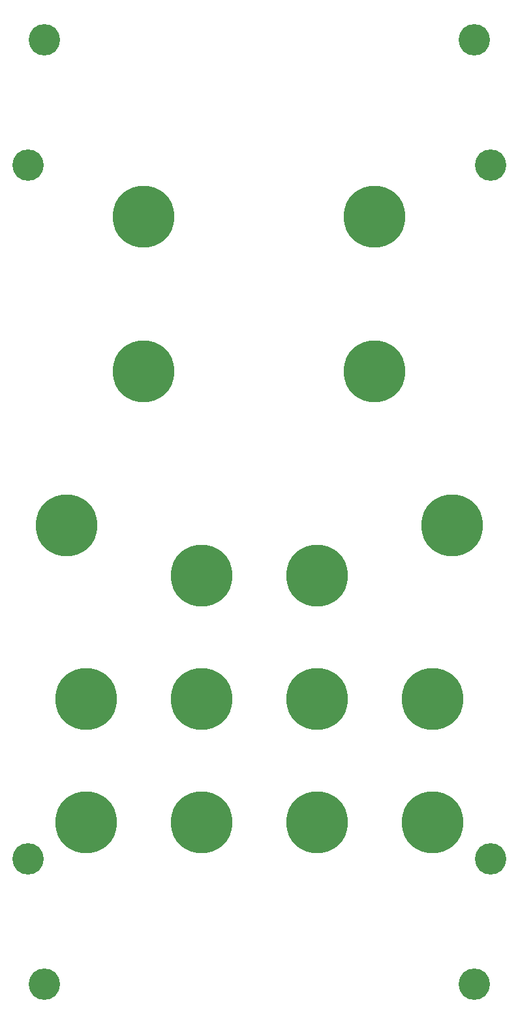
<source format=gtl>
G04 #@! TF.GenerationSoftware,KiCad,Pcbnew,(5.1.0)-1*
G04 #@! TF.CreationDate,2019-05-25T14:28:57-04:00*
G04 #@! TF.ProjectId,VCO_2_RevB_Panel,56434f5f-325f-4526-9576-425f50616e65,rev?*
G04 #@! TF.SameCoordinates,Original*
G04 #@! TF.FileFunction,Copper,L1,Top*
G04 #@! TF.FilePolarity,Positive*
%FSLAX46Y46*%
G04 Gerber Fmt 4.6, Leading zero omitted, Abs format (unit mm)*
G04 Created by KiCad (PCBNEW (5.1.0)-1) date 2019-05-25 14:28:57*
%MOMM*%
%LPD*%
G04 APERTURE LIST*
%ADD10C,4.064000*%
%ADD11C,8.000000*%
G04 APERTURE END LIST*
D10*
X110000000Y-125000000D03*
X50000000Y-125000000D03*
X110000000Y-35000000D03*
X50000000Y-35000000D03*
X52100000Y-18750000D03*
X107900000Y-18750000D03*
X52100000Y-141250000D03*
X107900000Y-141250000D03*
D11*
X72500000Y-104250000D03*
X57500000Y-104250000D03*
X57500000Y-120250000D03*
X102500000Y-120250000D03*
X87500000Y-120250000D03*
X72500000Y-120250000D03*
X72500000Y-88250000D03*
X87500000Y-88250000D03*
X87500000Y-104250000D03*
X102500000Y-104250000D03*
X65000000Y-61750000D03*
X55000000Y-81750000D03*
X95000000Y-61750000D03*
X105000000Y-81750000D03*
X65000000Y-41750000D03*
X95000000Y-41750000D03*
M02*

</source>
